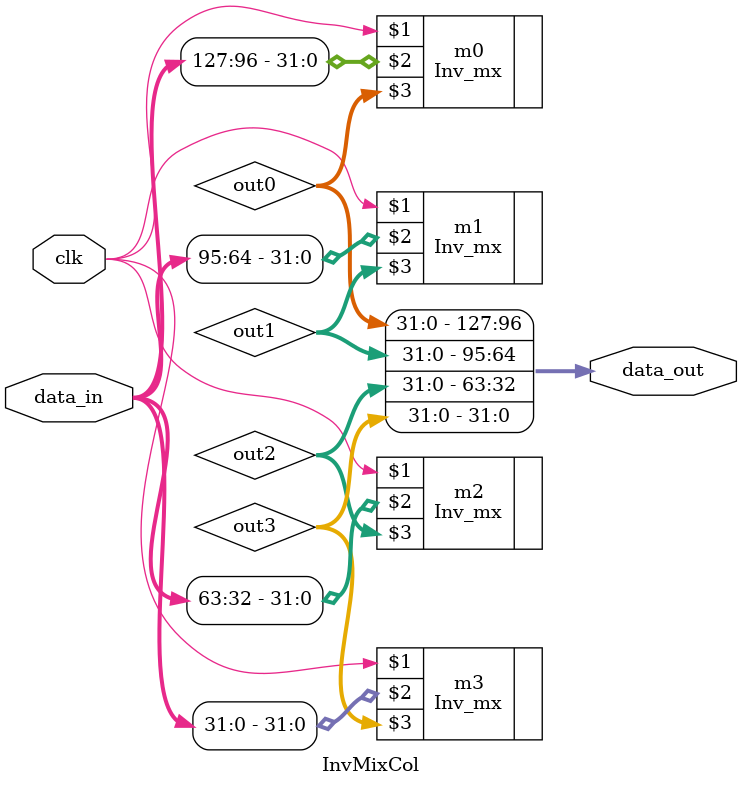
<source format=v>
module InvMixCol (clk,data_in,data_out);

input clk;
input [127:0] data_in;
output [127:0] data_out;

wire [31:0] out0,out1,out2,out3;

Inv_mx m0(clk,data_in[127-:32],out0);
Inv_mx m1(clk,data_in[95-:32],out1);
Inv_mx m2(clk,data_in[63-:32],out2);
Inv_mx m3(clk,data_in[31-:32],out3);

assign data_out = {out0, out1, out2,out3};


endmodule
</source>
